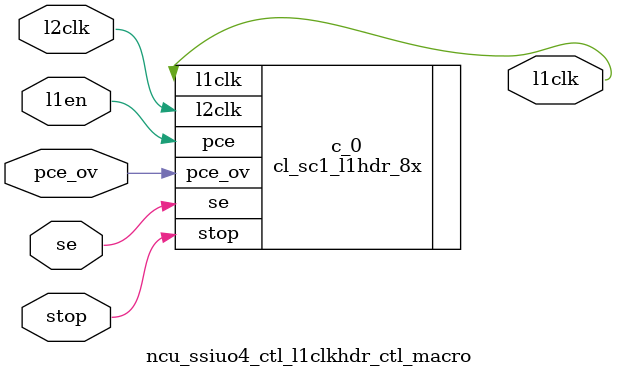
<source format=v>
`define UCB_BUS_WIDTH 4
`define UCB_BUS_WIDTH_M1 3
`define CYC_NUM 32
`define CYC_NUM_M1 31

module ncu_ssiuo4_ctl (
  iol2clk, 
  scan_in, 
  scan_out, 
  tcu_pce_ov, 
  tcu_clk_stop, 
  tcu_aclk, 
  tcu_bclk, 
  tcu_scan_en, 
  vld, 
  data, 
  stall, 
  outdata_buf_busy, 
  outdata_buf_in, 
  outdata_vec_in, 
  outdata_buf_wr) ;
wire [31:0] outdata_vec;
wire [127:0] outdata_buf;
wire stall_d1_ff_scanin;
wire stall_d1_ff_scanout;
wire stall_d1;
wire l1clk;
wire load_outdata;
wire shift_outdata;
wire [31:0] outdata_vec_next;
wire outdata_vec_ff_scanin;
wire outdata_vec_ff_scanout;
wire [127:0] outdata_buf_next;
wire outdata_buf_ff_scanin;
wire outdata_buf_ff_scanout;
wire siclk;
wire soclk;
wire se;
wire pce_ov;
wire stop;


// Globals
input		iol2clk;
input		scan_in;
output		scan_out;
input		tcu_pce_ov;
input		tcu_clk_stop;
input		tcu_aclk;
input		tcu_bclk;
input		tcu_scan_en;

// UCB bus interface
output		vld;
output [`UCB_BUS_WIDTH_M1 :0]	data;
input		stall;

// Local interface
output		outdata_buf_busy;
input [127:0]	outdata_buf_in;
input [`CYC_NUM_M1 :0]	outdata_vec_in;
input		outdata_buf_wr;

// Local signals

////////////////////////////////////////////////////////////////////////
// Code starts here
////////////////////////////////////////////////////////////////////////
/************************************************************
 * UCB bus interface flops
 ************************************************************/
assign 	 vld = outdata_vec[0];
assign 	 data[`UCB_BUS_WIDTH_M1 :0] = outdata_buf[`UCB_BUS_WIDTH_M1 :0];

ncu_ssiuo4_ctl_msff_ctl_macro__width_1 stall_d1_ff 
				(
				.scan_in(stall_d1_ff_scanin),
				.scan_out(stall_d1_ff_scanout),
				.dout		(stall_d1),
				.l1clk		(l1clk),
				.din		(stall),
  .siclk(siclk),
  .soclk(soclk)
				);

/************************************************************
 * Outbound Data
 ************************************************************/
// accept new data only if there is none being processed
assign  load_outdata = outdata_buf_wr & ~outdata_buf_busy;

assign  outdata_buf_busy = outdata_vec[0] | stall_d1;

assign  shift_outdata = outdata_vec[0] & ~stall_d1;

assign  outdata_vec_next[`CYC_NUM_M1 :0] =
				load_outdata  ? outdata_vec_in[`CYC_NUM_M1 :0] : 
				shift_outdata ? {1'b0,outdata_vec[`CYC_NUM_M1 :1]} : 
						outdata_vec[`CYC_NUM_M1 :0] ;

ncu_ssiuo4_ctl_msff_ctl_macro__width_32 outdata_vec_ff  
				(
				.scan_in(outdata_vec_ff_scanin),
				.scan_out(outdata_vec_ff_scanout),
				.dout		(outdata_vec[`CYC_NUM_M1 :0]),
				.l1clk		(l1clk),
				.din		(outdata_vec_next[`CYC_NUM_M1 :0]),
  .siclk(siclk),
  .soclk(soclk)
				);

assign  outdata_buf_next[127:0] = load_outdata  ? outdata_buf_in[127:0] :
		 		  shift_outdata ? (outdata_buf[127:0] >> `UCB_BUS_WIDTH ) :  
	                         		   outdata_buf[127:0] ;

ncu_ssiuo4_ctl_msff_ctl_macro__width_128 outdata_buf_ff 
				(
				.scan_in(outdata_buf_ff_scanin),
				.scan_out(outdata_buf_ff_scanout),
				.dout		(outdata_buf[127:0]),
				.l1clk		(l1clk),
				.din		(outdata_buf_next[127:0]),
  .siclk(siclk),
  .soclk(soclk)
				);




/**** adding clock header ****/
ncu_ssiuo4_ctl_l1clkhdr_ctl_macro clkgen (
				.l2clk	(iol2clk),
				.l1en	(1'b1),
				.l1clk	(l1clk),
  .pce_ov(pce_ov),
  .stop(stop),
  .se(se)
				);

/*** building tcu port ***/
assign	siclk = tcu_aclk;
assign	soclk = tcu_bclk;
assign	   se = tcu_scan_en;
assign	pce_ov = tcu_pce_ov;
assign	stop = tcu_clk_stop;

// fixscan start:
assign stall_d1_ff_scanin        = scan_in                  ;
assign outdata_vec_ff_scanin     = stall_d1_ff_scanout      ;
assign outdata_buf_ff_scanin     = outdata_vec_ff_scanout   ;
assign scan_out                  = outdata_buf_ff_scanout   ;
// fixscan end:
endmodule // ucb_bus_out












// any PARAMS parms go into naming of macro

module ncu_ssiuo4_ctl_msff_ctl_macro__width_1 (
  din, 
  l1clk, 
  scan_in, 
  siclk, 
  soclk, 
  dout, 
  scan_out);
wire [0:0] fdin;

  input [0:0] din;
  input l1clk;
  input scan_in;


  input siclk;
  input soclk;

  output [0:0] dout;
  output scan_out;
assign fdin[0:0] = din[0:0];






dff /*#(1)*/  d0_0 (
.l1clk(l1clk),
.siclk(siclk),
.soclk(soclk),
.d(fdin[0:0]),
.si(scan_in),
.so(scan_out),
.q(dout[0:0])
);












endmodule













// any PARAMS parms go into naming of macro

module ncu_ssiuo4_ctl_msff_ctl_macro__width_32 (
  din, 
  l1clk, 
  scan_in, 
  siclk, 
  soclk, 
  dout, 
  scan_out);
wire [31:0] fdin;
wire [30:0] so;

  input [31:0] din;
  input l1clk;
  input scan_in;


  input siclk;
  input soclk;

  output [31:0] dout;
  output scan_out;
assign fdin[31:0] = din[31:0];






dff /*#(32)*/  d0_0 (
.l1clk(l1clk),
.siclk(siclk),
.soclk(soclk),
.d(fdin[31:0]),
.si({scan_in,so[30:0]}),
.so({so[30:0],scan_out}),
.q(dout[31:0])
);












endmodule













// any PARAMS parms go into naming of macro

module ncu_ssiuo4_ctl_msff_ctl_macro__width_128 (
  din, 
  l1clk, 
  scan_in, 
  siclk, 
  soclk, 
  dout, 
  scan_out);
wire [127:0] fdin;
wire [126:0] so;

  input [127:0] din;
  input l1clk;
  input scan_in;


  input siclk;
  input soclk;

  output [127:0] dout;
  output scan_out;
assign fdin[127:0] = din[127:0];






dff /*#(128)*/  d0_0 (
.l1clk(l1clk),
.siclk(siclk),
.soclk(soclk),
.d(fdin[127:0]),
.si({scan_in,so[126:0]}),
.so({so[126:0],scan_out}),
.q(dout[127:0])
);












endmodule













// any PARAMS parms go into naming of macro

module ncu_ssiuo4_ctl_l1clkhdr_ctl_macro (
  l2clk, 
  l1en, 
  pce_ov, 
  stop, 
  se, 
  l1clk);


  input l2clk;
  input l1en;
  input pce_ov;
  input stop;
  input se;
  output l1clk;



 

cl_sc1_l1hdr_8x c_0 (


   .l2clk(l2clk),
   .pce(l1en),
   .l1clk(l1clk),
  .se(se),
  .pce_ov(pce_ov),
  .stop(stop)
);



endmodule









</source>
